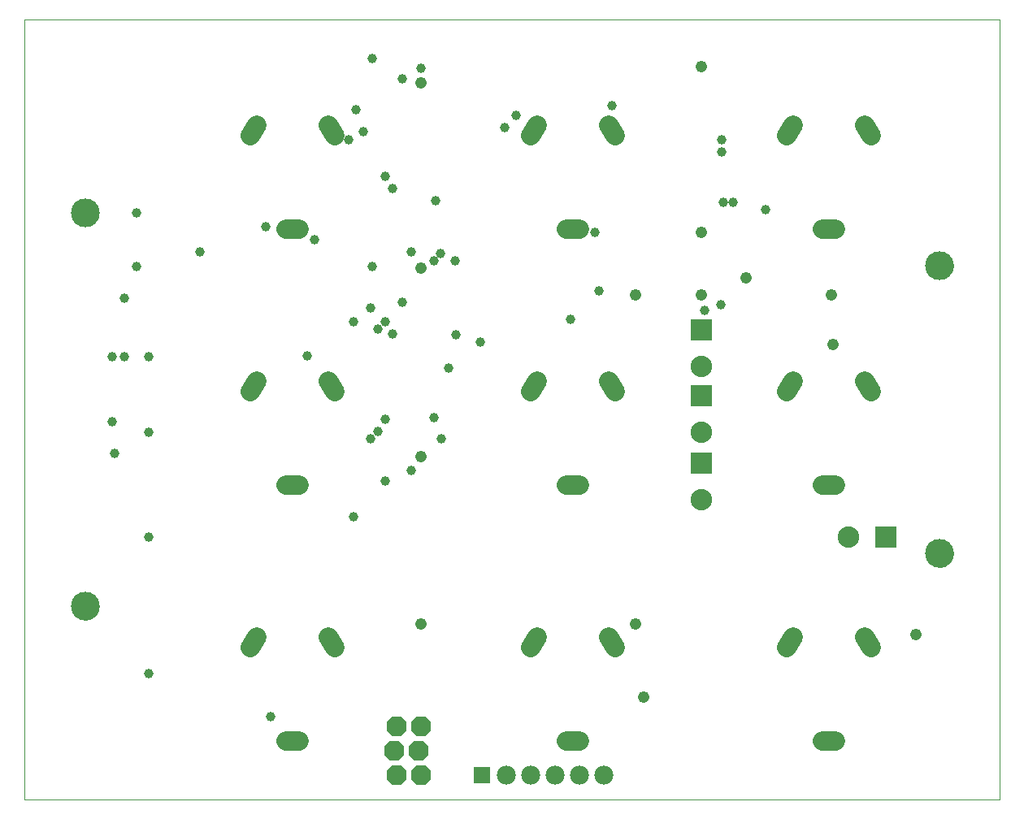
<source format=gbs>
G75*
%MOIN*%
%OFA0B0*%
%FSLAX24Y24*%
%IPPOS*%
%LPD*%
%AMOC8*
5,1,8,0,0,1.08239X$1,22.5*
%
%ADD10C,0.0000*%
%ADD11R,0.0880X0.0880*%
%ADD12C,0.0880*%
%ADD13R,0.0674X0.0674*%
%ADD14C,0.0780*%
%ADD15OC8,0.0820*%
%ADD16C,0.1182*%
%ADD17C,0.0800*%
%ADD18C,0.0390*%
%ADD19C,0.0476*%
D10*
X008773Y008752D02*
X008773Y040752D01*
X048773Y040752D01*
X048773Y008752D01*
X008773Y008752D01*
X010722Y016681D02*
X010724Y016728D01*
X010730Y016774D01*
X010740Y016820D01*
X010753Y016865D01*
X010771Y016908D01*
X010792Y016950D01*
X010816Y016990D01*
X010844Y017027D01*
X010875Y017062D01*
X010909Y017095D01*
X010945Y017124D01*
X010984Y017150D01*
X011025Y017173D01*
X011068Y017192D01*
X011112Y017208D01*
X011157Y017220D01*
X011203Y017228D01*
X011250Y017232D01*
X011296Y017232D01*
X011343Y017228D01*
X011389Y017220D01*
X011434Y017208D01*
X011478Y017192D01*
X011521Y017173D01*
X011562Y017150D01*
X011601Y017124D01*
X011637Y017095D01*
X011671Y017062D01*
X011702Y017027D01*
X011730Y016990D01*
X011754Y016950D01*
X011775Y016908D01*
X011793Y016865D01*
X011806Y016820D01*
X011816Y016774D01*
X011822Y016728D01*
X011824Y016681D01*
X011822Y016634D01*
X011816Y016588D01*
X011806Y016542D01*
X011793Y016497D01*
X011775Y016454D01*
X011754Y016412D01*
X011730Y016372D01*
X011702Y016335D01*
X011671Y016300D01*
X011637Y016267D01*
X011601Y016238D01*
X011562Y016212D01*
X011521Y016189D01*
X011478Y016170D01*
X011434Y016154D01*
X011389Y016142D01*
X011343Y016134D01*
X011296Y016130D01*
X011250Y016130D01*
X011203Y016134D01*
X011157Y016142D01*
X011112Y016154D01*
X011068Y016170D01*
X011025Y016189D01*
X010984Y016212D01*
X010945Y016238D01*
X010909Y016267D01*
X010875Y016300D01*
X010844Y016335D01*
X010816Y016372D01*
X010792Y016412D01*
X010771Y016454D01*
X010753Y016497D01*
X010740Y016542D01*
X010730Y016588D01*
X010724Y016634D01*
X010722Y016681D01*
X010722Y032823D02*
X010724Y032870D01*
X010730Y032916D01*
X010740Y032962D01*
X010753Y033007D01*
X010771Y033050D01*
X010792Y033092D01*
X010816Y033132D01*
X010844Y033169D01*
X010875Y033204D01*
X010909Y033237D01*
X010945Y033266D01*
X010984Y033292D01*
X011025Y033315D01*
X011068Y033334D01*
X011112Y033350D01*
X011157Y033362D01*
X011203Y033370D01*
X011250Y033374D01*
X011296Y033374D01*
X011343Y033370D01*
X011389Y033362D01*
X011434Y033350D01*
X011478Y033334D01*
X011521Y033315D01*
X011562Y033292D01*
X011601Y033266D01*
X011637Y033237D01*
X011671Y033204D01*
X011702Y033169D01*
X011730Y033132D01*
X011754Y033092D01*
X011775Y033050D01*
X011793Y033007D01*
X011806Y032962D01*
X011816Y032916D01*
X011822Y032870D01*
X011824Y032823D01*
X011822Y032776D01*
X011816Y032730D01*
X011806Y032684D01*
X011793Y032639D01*
X011775Y032596D01*
X011754Y032554D01*
X011730Y032514D01*
X011702Y032477D01*
X011671Y032442D01*
X011637Y032409D01*
X011601Y032380D01*
X011562Y032354D01*
X011521Y032331D01*
X011478Y032312D01*
X011434Y032296D01*
X011389Y032284D01*
X011343Y032276D01*
X011296Y032272D01*
X011250Y032272D01*
X011203Y032276D01*
X011157Y032284D01*
X011112Y032296D01*
X011068Y032312D01*
X011025Y032331D01*
X010984Y032354D01*
X010945Y032380D01*
X010909Y032409D01*
X010875Y032442D01*
X010844Y032477D01*
X010816Y032514D01*
X010792Y032554D01*
X010771Y032596D01*
X010753Y032639D01*
X010740Y032684D01*
X010730Y032730D01*
X010724Y032776D01*
X010722Y032823D01*
X045761Y030658D02*
X045763Y030705D01*
X045769Y030751D01*
X045779Y030797D01*
X045792Y030842D01*
X045810Y030885D01*
X045831Y030927D01*
X045855Y030967D01*
X045883Y031004D01*
X045914Y031039D01*
X045948Y031072D01*
X045984Y031101D01*
X046023Y031127D01*
X046064Y031150D01*
X046107Y031169D01*
X046151Y031185D01*
X046196Y031197D01*
X046242Y031205D01*
X046289Y031209D01*
X046335Y031209D01*
X046382Y031205D01*
X046428Y031197D01*
X046473Y031185D01*
X046517Y031169D01*
X046560Y031150D01*
X046601Y031127D01*
X046640Y031101D01*
X046676Y031072D01*
X046710Y031039D01*
X046741Y031004D01*
X046769Y030967D01*
X046793Y030927D01*
X046814Y030885D01*
X046832Y030842D01*
X046845Y030797D01*
X046855Y030751D01*
X046861Y030705D01*
X046863Y030658D01*
X046861Y030611D01*
X046855Y030565D01*
X046845Y030519D01*
X046832Y030474D01*
X046814Y030431D01*
X046793Y030389D01*
X046769Y030349D01*
X046741Y030312D01*
X046710Y030277D01*
X046676Y030244D01*
X046640Y030215D01*
X046601Y030189D01*
X046560Y030166D01*
X046517Y030147D01*
X046473Y030131D01*
X046428Y030119D01*
X046382Y030111D01*
X046335Y030107D01*
X046289Y030107D01*
X046242Y030111D01*
X046196Y030119D01*
X046151Y030131D01*
X046107Y030147D01*
X046064Y030166D01*
X046023Y030189D01*
X045984Y030215D01*
X045948Y030244D01*
X045914Y030277D01*
X045883Y030312D01*
X045855Y030349D01*
X045831Y030389D01*
X045810Y030431D01*
X045792Y030474D01*
X045779Y030519D01*
X045769Y030565D01*
X045763Y030611D01*
X045761Y030658D01*
X045761Y018846D02*
X045763Y018893D01*
X045769Y018939D01*
X045779Y018985D01*
X045792Y019030D01*
X045810Y019073D01*
X045831Y019115D01*
X045855Y019155D01*
X045883Y019192D01*
X045914Y019227D01*
X045948Y019260D01*
X045984Y019289D01*
X046023Y019315D01*
X046064Y019338D01*
X046107Y019357D01*
X046151Y019373D01*
X046196Y019385D01*
X046242Y019393D01*
X046289Y019397D01*
X046335Y019397D01*
X046382Y019393D01*
X046428Y019385D01*
X046473Y019373D01*
X046517Y019357D01*
X046560Y019338D01*
X046601Y019315D01*
X046640Y019289D01*
X046676Y019260D01*
X046710Y019227D01*
X046741Y019192D01*
X046769Y019155D01*
X046793Y019115D01*
X046814Y019073D01*
X046832Y019030D01*
X046845Y018985D01*
X046855Y018939D01*
X046861Y018893D01*
X046863Y018846D01*
X046861Y018799D01*
X046855Y018753D01*
X046845Y018707D01*
X046832Y018662D01*
X046814Y018619D01*
X046793Y018577D01*
X046769Y018537D01*
X046741Y018500D01*
X046710Y018465D01*
X046676Y018432D01*
X046640Y018403D01*
X046601Y018377D01*
X046560Y018354D01*
X046517Y018335D01*
X046473Y018319D01*
X046428Y018307D01*
X046382Y018299D01*
X046335Y018295D01*
X046289Y018295D01*
X046242Y018299D01*
X046196Y018307D01*
X046151Y018319D01*
X046107Y018335D01*
X046064Y018354D01*
X046023Y018377D01*
X045984Y018403D01*
X045948Y018432D01*
X045914Y018465D01*
X045883Y018500D01*
X045855Y018537D01*
X045831Y018577D01*
X045810Y018619D01*
X045792Y018662D01*
X045779Y018707D01*
X045769Y018753D01*
X045763Y018799D01*
X045761Y018846D01*
D11*
X044093Y019502D03*
X036523Y022567D03*
X036523Y025322D03*
X036523Y028035D03*
D12*
X036523Y026517D03*
X036523Y023804D03*
X036523Y021049D03*
X042575Y019502D03*
D13*
X027523Y009752D03*
D14*
X028523Y009752D03*
X029523Y009752D03*
X030523Y009752D03*
X031523Y009752D03*
X032523Y009752D03*
D15*
X025023Y009752D03*
X024023Y009752D03*
X023923Y010752D03*
X024923Y010752D03*
X025023Y011752D03*
X024023Y011752D03*
D16*
X011273Y016681D03*
X011273Y032823D03*
X046312Y030658D03*
X046312Y018846D03*
D17*
X043241Y015431D02*
X043505Y014973D01*
X040305Y015431D02*
X040041Y014973D01*
X041508Y011152D02*
X042038Y011152D01*
X033005Y014973D02*
X032741Y015431D01*
X029805Y015431D02*
X029541Y014973D01*
X031008Y011152D02*
X031538Y011152D01*
X021505Y014973D02*
X021241Y015431D01*
X018305Y015431D02*
X018041Y014973D01*
X019508Y011152D02*
X020038Y011152D01*
X020038Y021652D02*
X019508Y021652D01*
X018041Y025473D02*
X018305Y025931D01*
X021241Y025931D02*
X021505Y025473D01*
X020038Y032152D02*
X019508Y032152D01*
X018041Y035973D02*
X018305Y036431D01*
X021241Y036431D02*
X021505Y035973D01*
X029541Y035973D02*
X029805Y036431D01*
X032741Y036431D02*
X033005Y035973D01*
X031538Y032152D02*
X031008Y032152D01*
X029805Y025931D02*
X029541Y025473D01*
X032741Y025931D02*
X033005Y025473D01*
X031538Y021652D02*
X031008Y021652D01*
X040041Y025473D02*
X040305Y025931D01*
X043241Y025931D02*
X043505Y025473D01*
X042038Y021652D02*
X041508Y021652D01*
X041508Y032152D02*
X042038Y032152D01*
X043505Y035973D02*
X043241Y036431D01*
X040305Y036431D02*
X040041Y035973D01*
D18*
X037373Y035802D03*
X037373Y035302D03*
X037423Y033252D03*
X037823Y033252D03*
X039173Y032952D03*
X037323Y029052D03*
X036673Y028802D03*
X032323Y029602D03*
X031173Y028452D03*
X027473Y027502D03*
X026473Y027802D03*
X026173Y026452D03*
X025573Y024402D03*
X025873Y023552D03*
X024623Y022252D03*
X023573Y021802D03*
X022273Y020352D03*
X022973Y023552D03*
X023273Y023852D03*
X023573Y024352D03*
X020373Y026952D03*
X022273Y028352D03*
X022973Y028902D03*
X023573Y028352D03*
X023273Y028052D03*
X023873Y027852D03*
X024273Y029152D03*
X023023Y030602D03*
X024623Y031202D03*
X025573Y030852D03*
X025823Y031152D03*
X026423Y030852D03*
X025623Y033302D03*
X023873Y033802D03*
X023573Y034302D03*
X022673Y036152D03*
X022073Y035802D03*
X022373Y037052D03*
X024273Y038302D03*
X025023Y038752D03*
X023023Y039152D03*
X028473Y036302D03*
X028923Y036802D03*
X032873Y037202D03*
X032173Y032002D03*
X020673Y031702D03*
X018673Y032252D03*
X015973Y031202D03*
X013373Y030602D03*
X012873Y029302D03*
X012873Y026902D03*
X012373Y026902D03*
X013873Y026902D03*
X012373Y024252D03*
X012473Y022952D03*
X013873Y023802D03*
X013873Y019502D03*
X013873Y013902D03*
X018873Y012152D03*
X013373Y032802D03*
D19*
X025023Y030552D03*
X025023Y038152D03*
X033823Y029452D03*
X036523Y029452D03*
X038373Y030152D03*
X036523Y032002D03*
X041873Y029452D03*
X041923Y027402D03*
X036523Y038802D03*
X025023Y022802D03*
X025023Y015952D03*
X033823Y015952D03*
X034173Y012952D03*
X045323Y015502D03*
M02*

</source>
